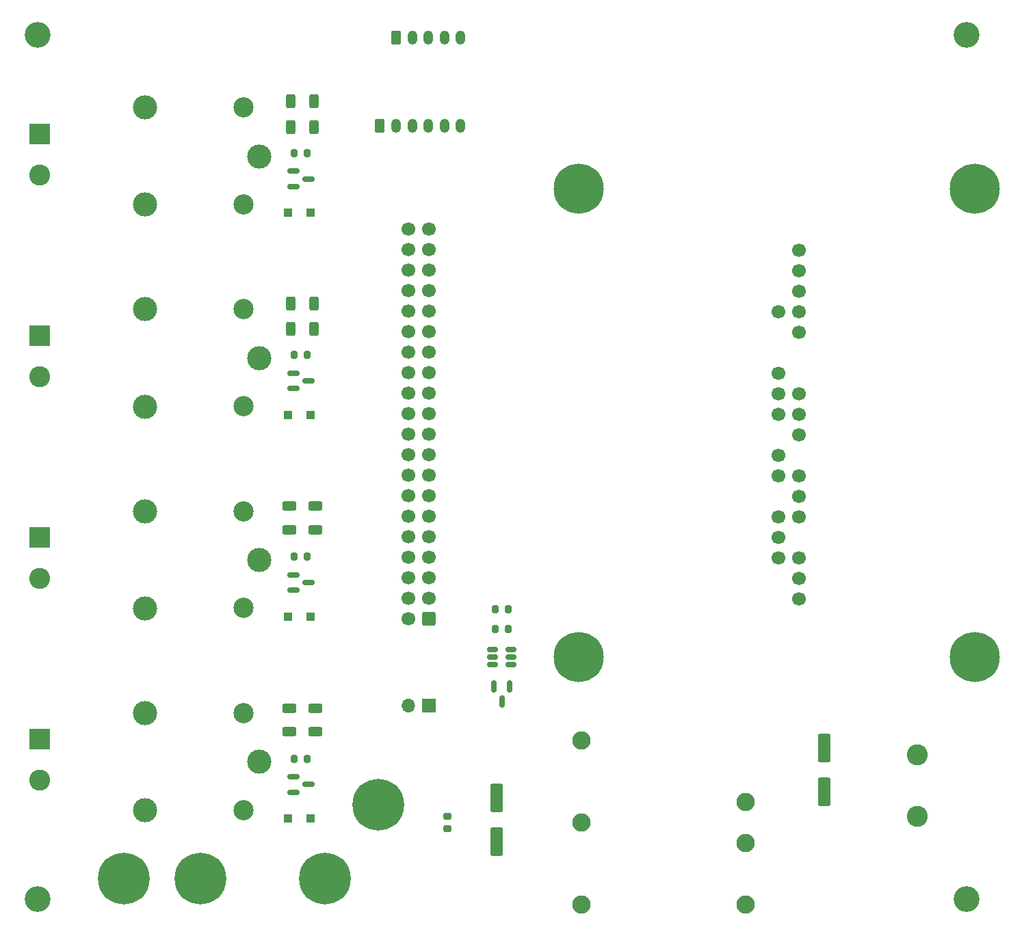
<source format=gbr>
%TF.GenerationSoftware,KiCad,Pcbnew,8.0.1*%
%TF.CreationDate,2024-03-18T01:33:03-07:00*%
%TF.ProjectId,huffboard,68756666-626f-4617-9264-2e6b69636164,rev?*%
%TF.SameCoordinates,Original*%
%TF.FileFunction,Soldermask,Top*%
%TF.FilePolarity,Negative*%
%FSLAX46Y46*%
G04 Gerber Fmt 4.6, Leading zero omitted, Abs format (unit mm)*
G04 Created by KiCad (PCBNEW 8.0.1) date 2024-03-18 01:33:03*
%MOMM*%
%LPD*%
G01*
G04 APERTURE LIST*
G04 Aperture macros list*
%AMRoundRect*
0 Rectangle with rounded corners*
0 $1 Rounding radius*
0 $2 $3 $4 $5 $6 $7 $8 $9 X,Y pos of 4 corners*
0 Add a 4 corners polygon primitive as box body*
4,1,4,$2,$3,$4,$5,$6,$7,$8,$9,$2,$3,0*
0 Add four circle primitives for the rounded corners*
1,1,$1+$1,$2,$3*
1,1,$1+$1,$4,$5*
1,1,$1+$1,$6,$7*
1,1,$1+$1,$8,$9*
0 Add four rect primitives between the rounded corners*
20,1,$1+$1,$2,$3,$4,$5,0*
20,1,$1+$1,$4,$5,$6,$7,0*
20,1,$1+$1,$6,$7,$8,$9,0*
20,1,$1+$1,$8,$9,$2,$3,0*%
G04 Aperture macros list end*
%ADD10C,3.000000*%
%ADD11C,2.500000*%
%ADD12C,6.200000*%
%ADD13RoundRect,0.250000X-0.350000X-0.625000X0.350000X-0.625000X0.350000X0.625000X-0.350000X0.625000X0*%
%ADD14O,1.200000X1.750000*%
%ADD15R,2.600000X2.600000*%
%ADD16C,2.600000*%
%ADD17RoundRect,0.150000X0.512500X0.150000X-0.512500X0.150000X-0.512500X-0.150000X0.512500X-0.150000X0*%
%ADD18C,3.200000*%
%ADD19RoundRect,0.250000X-0.625000X0.312500X-0.625000X-0.312500X0.625000X-0.312500X0.625000X0.312500X0*%
%ADD20C,1.700000*%
%ADD21RoundRect,0.250000X-0.550000X1.500000X-0.550000X-1.500000X0.550000X-1.500000X0.550000X1.500000X0*%
%ADD22RoundRect,0.250000X-0.300000X-0.300000X0.300000X-0.300000X0.300000X0.300000X-0.300000X0.300000X0*%
%ADD23RoundRect,0.250000X0.600000X0.600000X-0.600000X0.600000X-0.600000X-0.600000X0.600000X-0.600000X0*%
%ADD24RoundRect,0.200000X0.200000X0.275000X-0.200000X0.275000X-0.200000X-0.275000X0.200000X-0.275000X0*%
%ADD25RoundRect,0.250000X0.625000X-0.312500X0.625000X0.312500X-0.625000X0.312500X-0.625000X-0.312500X0*%
%ADD26RoundRect,0.200000X-0.200000X-0.275000X0.200000X-0.275000X0.200000X0.275000X-0.200000X0.275000X0*%
%ADD27RoundRect,0.150000X-0.587500X-0.150000X0.587500X-0.150000X0.587500X0.150000X-0.587500X0.150000X0*%
%ADD28C,0.800000*%
%ADD29C,6.400000*%
%ADD30RoundRect,0.250000X-0.312500X-0.625000X0.312500X-0.625000X0.312500X0.625000X-0.312500X0.625000X0*%
%ADD31RoundRect,0.250000X0.312500X0.625000X-0.312500X0.625000X-0.312500X-0.625000X0.312500X-0.625000X0*%
%ADD32RoundRect,0.150000X-0.150000X0.587500X-0.150000X-0.587500X0.150000X-0.587500X0.150000X0.587500X0*%
%ADD33C,2.270000*%
%ADD34RoundRect,0.225000X-0.250000X0.225000X-0.250000X-0.225000X0.250000X-0.225000X0.250000X0.225000X0*%
%ADD35R,1.700000X1.700000*%
%ADD36O,1.700000X1.700000*%
G04 APERTURE END LIST*
D10*
%TO.C,K3*%
X155500000Y-86000000D03*
D11*
X153550000Y-79950000D03*
D10*
X141350000Y-79950000D03*
X141300000Y-92000000D03*
D11*
X153550000Y-91950000D03*
%TD*%
D12*
%TO.C,H1*%
X195000000Y-40000000D03*
%TD*%
D13*
%TO.C,J8*%
X170400000Y-32258000D03*
D14*
X172400000Y-32258000D03*
X174400000Y-32258000D03*
X176400000Y-32258000D03*
X178400000Y-32258000D03*
X180400000Y-32258000D03*
%TD*%
D15*
%TO.C,J5*%
X128310001Y-83199996D03*
D16*
X128310001Y-88279995D03*
%TD*%
D17*
%TO.C,Q3*%
X186637500Y-98979998D03*
X186637500Y-98029999D03*
X186637500Y-97080000D03*
X184362500Y-97080000D03*
X184362500Y-98029999D03*
X184362500Y-98979998D03*
%TD*%
D18*
%TO.C,H7*%
X243000000Y-128000000D03*
%TD*%
D19*
%TO.C,R12*%
X162400000Y-79337500D03*
X162400000Y-82262500D03*
%TD*%
D20*
%TO.C,TP23*%
X222250000Y-65405000D03*
%TD*%
D12*
%TO.C,H2*%
X244000000Y-40000000D03*
%TD*%
D21*
%TO.C,C3*%
X184872290Y-115433229D03*
X184872290Y-120833229D03*
%TD*%
D22*
%TO.C,D3*%
X159000001Y-93000000D03*
X161799999Y-93000000D03*
%TD*%
D20*
%TO.C,TP19*%
X219710000Y-62865000D03*
%TD*%
%TO.C,TP11*%
X219710000Y-75565000D03*
%TD*%
D10*
%TO.C,K1*%
X155500000Y-111000000D03*
D11*
X153550000Y-104950000D03*
D10*
X141350000Y-104950000D03*
X141300000Y-117000000D03*
D11*
X153550000Y-116950000D03*
%TD*%
D16*
%TO.C,J2*%
X236950000Y-117726770D03*
X236950000Y-110106770D03*
%TD*%
D18*
%TO.C,H6*%
X243000000Y-21000000D03*
%TD*%
D20*
%TO.C,TP1*%
X222250000Y-90805000D03*
%TD*%
D23*
%TO.C,J1*%
X176500000Y-93260000D03*
D20*
X173960000Y-93260000D03*
X176500000Y-90720000D03*
X173960000Y-90720000D03*
X176500000Y-88180001D03*
X173960000Y-88180000D03*
X176500000Y-85640000D03*
X173960000Y-85640000D03*
X176500000Y-83100000D03*
X173960000Y-83100000D03*
X176500000Y-80560000D03*
X173960000Y-80560000D03*
X176500000Y-78020000D03*
X173960000Y-78020000D03*
X176500000Y-75479999D03*
X173960000Y-75480000D03*
X176500000Y-72940000D03*
X173960000Y-72940000D03*
X176500000Y-70400000D03*
X173960000Y-70400000D03*
X176500000Y-67860000D03*
X173960000Y-67860000D03*
X176500000Y-65320001D03*
X173960000Y-65320000D03*
X176500000Y-62780000D03*
X173960000Y-62780000D03*
X176500000Y-60240000D03*
X173960000Y-60240000D03*
X176500000Y-57700000D03*
X173960000Y-57700000D03*
X176500000Y-55160001D03*
X173960000Y-55160000D03*
X176500000Y-52619999D03*
X173960000Y-52620000D03*
X176500000Y-50080000D03*
X173960000Y-50080000D03*
X176500000Y-47540000D03*
X173960000Y-47540000D03*
X176500000Y-45000000D03*
X173960000Y-45000000D03*
%TD*%
D24*
%TO.C,R1*%
X161425000Y-110600000D03*
X159775000Y-110600000D03*
%TD*%
D25*
%TO.C,R11*%
X159200000Y-82262500D03*
X159200000Y-79337500D03*
%TD*%
D26*
%TO.C,R2*%
X184675000Y-92067499D03*
X186325000Y-92067499D03*
%TD*%
D15*
%TO.C,J4*%
X128310001Y-33199996D03*
D16*
X128310001Y-38279995D03*
%TD*%
D27*
%TO.C,Q4*%
X159676257Y-37850000D03*
X159676257Y-39750000D03*
X161551258Y-38800000D03*
%TD*%
D20*
%TO.C,TP7*%
X219710000Y-80645000D03*
%TD*%
D27*
%TO.C,Q1*%
X159662500Y-112850000D03*
X159662500Y-114750000D03*
X161537501Y-113800000D03*
%TD*%
D20*
%TO.C,TP8*%
X222250000Y-55245000D03*
%TD*%
%TO.C,TP3*%
X219710000Y-85725000D03*
%TD*%
D25*
%TO.C,R7*%
X159200000Y-107262500D03*
X159200000Y-104337500D03*
%TD*%
D20*
%TO.C,TP5*%
X222250000Y-47625000D03*
%TD*%
D28*
%TO.C,H10*%
X161176000Y-125476000D03*
X161878944Y-123778944D03*
X161878944Y-127173056D03*
X163576000Y-123076000D03*
D29*
X163576000Y-125476000D03*
D28*
X163576000Y-127876000D03*
X165273056Y-123778944D03*
X165273056Y-127173056D03*
X165976000Y-125476000D03*
%TD*%
D20*
%TO.C,TP2*%
X222250000Y-88265000D03*
%TD*%
D12*
%TO.C,H4*%
X244000000Y-98000000D03*
%TD*%
D20*
%TO.C,TP16*%
X222250000Y-57785000D03*
%TD*%
D15*
%TO.C,J6*%
X128310001Y-58199996D03*
D16*
X128310001Y-63279995D03*
%TD*%
D30*
%TO.C,R14*%
X159337500Y-57400000D03*
X162262500Y-57400000D03*
%TD*%
D20*
%TO.C,TP18*%
X222250000Y-50165000D03*
%TD*%
D24*
%TO.C,R6*%
X161425000Y-60600000D03*
X159775000Y-60600000D03*
%TD*%
D10*
%TO.C,K4*%
X155500000Y-61000000D03*
D11*
X153550000Y-54950000D03*
D10*
X141350000Y-54950000D03*
X141300000Y-67000000D03*
D11*
X153550000Y-66950000D03*
%TD*%
D24*
%TO.C,R5*%
X161425000Y-85600000D03*
X159775000Y-85600000D03*
%TD*%
D13*
%TO.C,J7*%
X172400000Y-21336000D03*
D14*
X174400000Y-21336000D03*
X176400000Y-21336000D03*
X178400000Y-21336000D03*
X180400000Y-21336000D03*
%TD*%
D18*
%TO.C,H8*%
X128000000Y-128000000D03*
%TD*%
D28*
%TO.C,H9*%
X136284000Y-125476000D03*
X136986944Y-123778944D03*
X136986944Y-127173056D03*
X138684000Y-123076000D03*
D29*
X138684000Y-125476000D03*
D28*
X138684000Y-127876000D03*
X140381056Y-123778944D03*
X140381056Y-127173056D03*
X141084000Y-125476000D03*
%TD*%
D20*
%TO.C,TP4*%
X219710000Y-83185000D03*
%TD*%
D31*
%TO.C,R9*%
X162262500Y-29200000D03*
X159337500Y-29200000D03*
%TD*%
D20*
%TO.C,TP22*%
X222250000Y-70485000D03*
%TD*%
%TO.C,TP15*%
X219710000Y-55245000D03*
%TD*%
D12*
%TO.C,H3*%
X195000000Y-98000000D03*
%TD*%
D32*
%TO.C,Q2*%
X186450000Y-101629999D03*
X184550000Y-101629999D03*
X185500000Y-103505000D03*
%TD*%
D24*
%TO.C,R3*%
X186325000Y-94567499D03*
X184675000Y-94567499D03*
%TD*%
D22*
%TO.C,D4*%
X159000001Y-68000000D03*
X161799999Y-68000000D03*
%TD*%
D27*
%TO.C,Q6*%
X159662500Y-62850000D03*
X159662500Y-64750000D03*
X161537501Y-63800000D03*
%TD*%
D22*
%TO.C,D1*%
X159000001Y-118000000D03*
X161799999Y-118000000D03*
%TD*%
D20*
%TO.C,TP13*%
X219710000Y-67945000D03*
%TD*%
D31*
%TO.C,R13*%
X162262500Y-54200000D03*
X159337500Y-54200000D03*
%TD*%
D30*
%TO.C,R10*%
X159337500Y-32400000D03*
X162262500Y-32400000D03*
%TD*%
D21*
%TO.C,C1*%
X225372290Y-109300000D03*
X225372290Y-114700000D03*
%TD*%
D20*
%TO.C,TP9*%
X222250000Y-52705000D03*
%TD*%
%TO.C,TP10*%
X222250000Y-75565000D03*
%TD*%
D18*
%TO.C,H5*%
X128000000Y-21000000D03*
%TD*%
D24*
%TO.C,R4*%
X161425000Y-35600000D03*
X159775000Y-35600000D03*
%TD*%
D20*
%TO.C,TP17*%
X222250000Y-85725000D03*
%TD*%
%TO.C,TP12*%
X219710000Y-73025000D03*
%TD*%
D33*
%TO.C,U1*%
X215660000Y-115960000D03*
X215660000Y-121040000D03*
X215660000Y-128660000D03*
X195340000Y-128660000D03*
X195340000Y-118500000D03*
X195340000Y-108340000D03*
%TD*%
D20*
%TO.C,TP6*%
X222250000Y-80645000D03*
%TD*%
%TO.C,TP14*%
X222250000Y-78105000D03*
%TD*%
D22*
%TO.C,D2*%
X159000001Y-43000000D03*
X161799999Y-43000000D03*
%TD*%
D28*
%TO.C,H11*%
X145809000Y-125476000D03*
X146511944Y-123778944D03*
X146511944Y-127173056D03*
X148209000Y-123076000D03*
D29*
X148209000Y-125476000D03*
D28*
X148209000Y-127876000D03*
X149906056Y-123778944D03*
X149906056Y-127173056D03*
X150609000Y-125476000D03*
%TD*%
D19*
%TO.C,R8*%
X162400000Y-104337500D03*
X162400000Y-107262500D03*
%TD*%
D15*
%TO.C,J3*%
X128310001Y-108199996D03*
D16*
X128310001Y-113279995D03*
%TD*%
D34*
%TO.C,C2*%
X178725000Y-117725000D03*
X178725000Y-119275000D03*
%TD*%
D20*
%TO.C,TP20*%
X219710000Y-65405000D03*
%TD*%
D10*
%TO.C,K2*%
X155500000Y-36000000D03*
D11*
X153550000Y-29950000D03*
D10*
X141350000Y-29950000D03*
X141300000Y-42000000D03*
D11*
X153550000Y-41950000D03*
%TD*%
D35*
%TO.C,J10*%
X176450000Y-104025000D03*
D36*
X173910000Y-104025000D03*
%TD*%
D27*
%TO.C,Q5*%
X159662500Y-87850000D03*
X159662500Y-89750000D03*
X161537501Y-88800000D03*
%TD*%
D28*
%TO.C,H12*%
X167780000Y-116332000D03*
X168482944Y-114634944D03*
X168482944Y-118029056D03*
X170180000Y-113932000D03*
D29*
X170180000Y-116332000D03*
D28*
X170180000Y-118732000D03*
X171877056Y-114634944D03*
X171877056Y-118029056D03*
X172580000Y-116332000D03*
%TD*%
D20*
%TO.C,TP21*%
X222250000Y-67945000D03*
%TD*%
M02*

</source>
